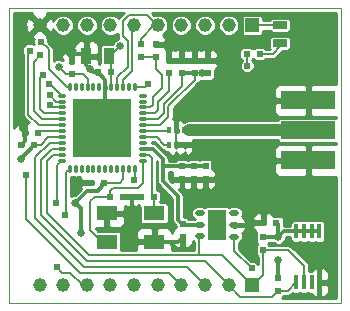
<source format=gtl>
G04 (created by PCBNEW (22-Jun-2014 BZR 4027)-stable) date Fri 19 Dec 2014 07:49:01 AM EET*
%MOIN*%
G04 Gerber Fmt 3.4, Leading zero omitted, Abs format*
%FSLAX34Y34*%
G01*
G70*
G90*
G04 APERTURE LIST*
%ADD10C,0.00590551*%
%ADD11C,0.0039*%
%ADD12O,0.011X0.0315*%
%ADD13O,0.0315X0.011*%
%ADD14R,0.1969X0.1969*%
%ADD15R,0.035X0.055*%
%ADD16R,0.0709X0.0472*%
%ADD17R,0.0197X0.0236*%
%ADD18R,0.0236X0.0197*%
%ADD19C,0.0453*%
%ADD20R,0.0453X0.0453*%
%ADD21R,0.015X0.05*%
%ADD22R,0.011811X0.023622*%
%ADD23R,0.18X0.06*%
%ADD24R,0.045X0.025*%
%ADD25R,0.0629921X0.0984252*%
%ADD26O,0.0334646X0.0177165*%
%ADD27C,0.026*%
%ADD28C,0.024*%
%ADD29C,0.012*%
%ADD30C,0.008*%
%ADD31C,0.0416142*%
%ADD32C,0.01*%
G04 APERTURE END LIST*
G54D10*
G54D11*
X19409Y-13661D02*
X30472Y-13661D01*
X19409Y-23504D02*
X19646Y-23504D01*
X19409Y-13661D02*
X19409Y-23504D01*
X30472Y-23504D02*
X19646Y-23504D01*
X30472Y-23465D02*
X30472Y-23504D01*
X30472Y-23386D02*
X30472Y-23465D01*
X30472Y-13661D02*
X30472Y-23386D01*
G54D12*
X23406Y-16319D03*
X23603Y-16319D03*
X23210Y-16319D03*
X23013Y-16319D03*
X22620Y-16319D03*
X22817Y-16319D03*
X21636Y-16319D03*
X21439Y-16319D03*
X21832Y-16319D03*
X22029Y-16319D03*
X22422Y-16319D03*
X22225Y-16319D03*
G54D13*
X23878Y-17970D03*
X23878Y-17773D03*
X23878Y-18166D03*
X23878Y-18363D03*
X23878Y-18756D03*
X23878Y-18559D03*
X23878Y-17378D03*
X23878Y-17575D03*
X23878Y-17182D03*
X23878Y-16985D03*
X23878Y-16592D03*
X23878Y-16789D03*
X21162Y-16789D03*
X21162Y-16592D03*
X21162Y-16985D03*
X21162Y-17182D03*
X21162Y-17575D03*
X21162Y-17378D03*
X21162Y-18559D03*
X21162Y-18756D03*
X21162Y-18363D03*
X21162Y-18166D03*
X21162Y-17773D03*
X21162Y-17970D03*
G54D12*
X22225Y-19035D03*
X22422Y-19035D03*
X22029Y-19035D03*
X21832Y-19035D03*
X21439Y-19035D03*
X21636Y-19035D03*
X22817Y-19035D03*
X22620Y-19035D03*
X23013Y-19035D03*
X23210Y-19035D03*
X23603Y-19035D03*
X23406Y-19035D03*
G54D14*
X22520Y-17677D03*
G54D15*
X21987Y-15276D03*
X22737Y-15276D03*
G54D16*
X24252Y-20512D03*
X22678Y-21456D03*
X22678Y-20512D03*
X24252Y-21456D03*
G54D17*
X26041Y-15847D03*
X26041Y-15414D03*
X24741Y-15413D03*
X24741Y-15846D03*
X25966Y-19374D03*
X25966Y-18941D03*
G54D18*
X19822Y-18228D03*
X20255Y-18228D03*
G54D17*
X25572Y-19374D03*
X25572Y-18941D03*
X25607Y-15847D03*
X25607Y-15414D03*
X25179Y-19374D03*
X25179Y-18941D03*
X25174Y-15847D03*
X25174Y-15414D03*
G54D18*
X23799Y-19961D03*
X24232Y-19961D03*
G54D17*
X24300Y-15317D03*
X24300Y-14884D03*
G54D18*
X23209Y-19961D03*
X22776Y-19961D03*
X22145Y-19488D03*
X22578Y-19488D03*
X22798Y-15817D03*
X22365Y-15817D03*
G54D17*
X21496Y-15886D03*
X21496Y-15453D03*
G54D18*
X19940Y-17835D03*
X20373Y-17835D03*
G54D19*
X20433Y-14252D03*
X23582Y-14252D03*
X22795Y-14252D03*
X22007Y-14252D03*
X21220Y-14252D03*
X24370Y-14252D03*
X25157Y-14252D03*
X25945Y-14252D03*
G54D20*
X27519Y-14252D03*
G54D19*
X26732Y-14252D03*
X20433Y-22913D03*
X23582Y-22913D03*
X22795Y-22913D03*
X22007Y-22913D03*
X21220Y-22913D03*
X24370Y-22913D03*
X25157Y-22913D03*
X25945Y-22913D03*
G54D20*
X27519Y-22913D03*
G54D19*
X26732Y-22913D03*
G54D17*
X28386Y-22657D03*
X28386Y-23090D03*
X27874Y-21318D03*
X27874Y-21751D03*
G54D21*
X28986Y-22819D03*
X29242Y-22819D03*
X29498Y-22819D03*
X29754Y-22819D03*
X29754Y-21119D03*
X29498Y-21119D03*
X29242Y-21119D03*
X28986Y-21119D03*
G54D18*
X27893Y-20827D03*
X28326Y-20827D03*
G54D17*
X23800Y-15317D03*
X23800Y-14884D03*
G54D22*
X25249Y-17740D03*
X24993Y-17740D03*
X24737Y-17740D03*
X24737Y-18232D03*
X24993Y-18232D03*
X25249Y-18232D03*
G54D23*
X29394Y-16750D03*
X29394Y-17750D03*
X29394Y-18750D03*
G54D24*
X28450Y-14250D03*
X28450Y-14850D03*
G54D18*
X27333Y-15200D03*
X27766Y-15200D03*
G54D17*
X25200Y-21317D03*
X25200Y-20884D03*
G54D25*
X26350Y-20900D03*
G54D26*
X26920Y-21293D03*
X26920Y-20900D03*
X26920Y-20506D03*
X25779Y-20506D03*
X25779Y-20900D03*
X25779Y-21274D03*
G54D27*
X19800Y-18700D03*
X21063Y-15630D03*
X21614Y-20157D03*
X28386Y-21299D03*
X23113Y-14951D03*
X21811Y-21181D03*
X28386Y-22087D03*
X25829Y-15847D03*
X28150Y-17200D03*
X27600Y-17200D03*
X26950Y-17200D03*
X26300Y-17200D03*
X25700Y-17200D03*
X28150Y-18250D03*
X25700Y-18250D03*
X26300Y-18250D03*
X26950Y-18250D03*
X27600Y-18250D03*
X21693Y-19488D03*
X22100Y-15700D03*
X21991Y-15306D03*
X23504Y-20984D03*
X26710Y-15433D03*
G54D28*
X21262Y-20561D03*
X24050Y-16200D03*
X27350Y-15600D03*
X27500Y-22350D03*
X23585Y-19400D03*
X20750Y-16211D03*
X20475Y-14794D03*
X21006Y-22313D03*
X20770Y-16920D03*
X20770Y-16565D03*
X20987Y-20187D03*
X20455Y-15246D03*
X20554Y-15896D03*
X19963Y-19243D03*
X20101Y-15089D03*
G54D29*
X25779Y-20900D02*
X25216Y-20900D01*
X24550Y-19450D02*
X24550Y-18950D01*
X25050Y-19950D02*
X24550Y-19450D01*
X25050Y-20734D02*
X25050Y-19950D01*
X25216Y-20900D02*
X25050Y-20734D01*
X25966Y-18941D02*
X25572Y-18941D01*
X25572Y-18941D02*
X25179Y-18941D01*
X25179Y-18941D02*
X25170Y-18950D01*
X25170Y-18950D02*
X24550Y-18950D01*
X23878Y-18363D02*
X24213Y-18363D01*
X24550Y-18700D02*
X24550Y-18950D01*
X24213Y-18363D02*
X24550Y-18700D01*
G54D30*
X27519Y-14252D02*
X28448Y-14252D01*
X28448Y-14252D02*
X28450Y-14250D01*
X23878Y-16985D02*
X24115Y-16985D01*
X24300Y-15700D02*
X24300Y-15317D01*
X24500Y-15900D02*
X24300Y-15700D01*
X24500Y-16350D02*
X24500Y-15900D01*
X24200Y-16650D02*
X24500Y-16350D01*
X24200Y-16900D02*
X24200Y-16650D01*
X24115Y-16985D02*
X24200Y-16900D01*
X24300Y-15317D02*
X23800Y-15317D01*
X22737Y-15276D02*
X22788Y-15276D01*
G54D29*
X20255Y-18245D02*
X19800Y-18700D01*
X28386Y-22087D02*
X28386Y-22657D01*
G54D30*
X25829Y-15847D02*
X25607Y-15847D01*
X24569Y-16881D02*
X25174Y-16276D01*
X20724Y-17970D02*
X20466Y-18228D01*
X21162Y-17970D02*
X20724Y-17970D01*
X20466Y-18228D02*
X20255Y-18228D01*
G54D29*
X22520Y-19546D02*
X22578Y-19488D01*
G54D30*
X21496Y-15886D02*
X21319Y-15886D01*
X25174Y-16276D02*
X25174Y-15847D01*
X22788Y-15276D02*
X23113Y-14951D01*
G54D29*
X21811Y-20354D02*
X21811Y-21181D01*
X28386Y-21299D02*
X27893Y-21299D01*
G54D30*
X24727Y-16939D02*
X25607Y-16059D01*
G54D29*
X21614Y-20157D02*
X22007Y-19764D01*
G54D30*
X23210Y-19035D02*
X23210Y-19382D01*
X23210Y-19382D02*
X23104Y-19488D01*
G54D29*
X29498Y-21119D02*
X29242Y-21119D01*
X28566Y-21119D02*
X28386Y-21299D01*
G54D30*
X23878Y-17575D02*
X24446Y-17575D01*
G54D29*
X29242Y-21119D02*
X28986Y-21119D01*
X21614Y-20157D02*
X21811Y-20354D01*
X28326Y-20827D02*
X28386Y-20887D01*
G54D30*
X22798Y-15337D02*
X22737Y-15276D01*
X21319Y-15886D02*
X21063Y-15630D01*
X24367Y-17378D02*
X24569Y-17176D01*
X25607Y-16059D02*
X25607Y-15847D01*
G54D29*
X22007Y-19764D02*
X22362Y-19764D01*
X22362Y-19764D02*
X22520Y-19606D01*
G54D30*
X23878Y-17378D02*
X24367Y-17378D01*
G54D29*
X22520Y-19606D02*
X22520Y-19546D01*
G54D30*
X24446Y-17575D02*
X24727Y-17294D01*
X26041Y-15847D02*
X25829Y-15847D01*
G54D29*
X28986Y-21119D02*
X28566Y-21119D01*
G54D30*
X23104Y-19488D02*
X22578Y-19488D01*
X22029Y-16053D02*
X21862Y-15886D01*
G54D29*
X21063Y-15630D02*
X21063Y-15630D01*
X29754Y-21119D02*
X29498Y-21119D01*
G54D30*
X21862Y-15886D02*
X21496Y-15886D01*
X22029Y-16319D02*
X22029Y-16053D01*
X24727Y-17294D02*
X24727Y-16939D01*
G54D29*
X25174Y-15847D02*
X25607Y-15847D01*
G54D30*
X24569Y-17176D02*
X24569Y-16881D01*
G54D29*
X27893Y-21299D02*
X27874Y-21318D01*
G54D30*
X22817Y-16319D02*
X22817Y-15836D01*
X22798Y-15817D02*
X22798Y-15337D01*
G54D29*
X28386Y-20887D02*
X28386Y-21299D01*
X20255Y-18228D02*
X20255Y-18245D01*
G54D30*
X22817Y-15836D02*
X22798Y-15817D01*
X29394Y-17750D02*
X25259Y-17750D01*
X25259Y-17750D02*
X25249Y-17740D01*
G54D31*
X29394Y-17750D02*
X25400Y-17750D01*
G54D29*
X24993Y-17740D02*
X24993Y-17256D01*
X27600Y-17200D02*
X28150Y-17200D01*
X26300Y-17200D02*
X26950Y-17200D01*
X25050Y-17200D02*
X25700Y-17200D01*
X24993Y-17256D02*
X25050Y-17200D01*
X25682Y-18232D02*
X25700Y-18250D01*
X26300Y-18250D02*
X26950Y-18250D01*
X27600Y-18250D02*
X28200Y-18250D01*
X25249Y-18232D02*
X25682Y-18232D01*
X28200Y-18250D02*
X28150Y-18250D01*
X25179Y-19374D02*
X25572Y-19374D01*
X25572Y-19374D02*
X25966Y-19374D01*
X24252Y-21456D02*
X25061Y-21456D01*
X25061Y-21456D02*
X25200Y-21317D01*
G54D30*
X25249Y-18232D02*
X24993Y-18232D01*
X24993Y-18232D02*
X24993Y-17740D01*
G54D29*
X22620Y-16319D02*
X22620Y-16072D01*
X26060Y-15433D02*
X26710Y-15433D01*
X22620Y-16072D02*
X22365Y-15817D01*
X22620Y-16319D02*
X22620Y-17577D01*
X22620Y-17577D02*
X22520Y-17677D01*
X22100Y-15700D02*
X21987Y-15587D01*
X22217Y-15817D02*
X22100Y-15700D01*
X21987Y-15587D02*
X21987Y-15276D01*
X22365Y-15817D02*
X22217Y-15817D01*
G54D30*
X21991Y-15306D02*
X21987Y-15302D01*
X21987Y-15302D02*
X21987Y-15276D01*
G54D29*
X19803Y-14882D02*
X19803Y-17698D01*
X23504Y-20984D02*
X23504Y-20472D01*
X29764Y-20354D02*
X28032Y-20354D01*
X20433Y-14252D02*
X21378Y-15197D01*
X20433Y-14252D02*
X19803Y-14882D01*
X21378Y-15197D02*
X21496Y-15315D01*
X23504Y-19961D02*
X23209Y-19961D01*
G54D30*
X23799Y-19961D02*
X23504Y-19961D01*
G54D29*
X28032Y-20354D02*
X27893Y-20493D01*
X30055Y-22819D02*
X30118Y-22756D01*
X30118Y-20708D02*
X29764Y-20354D01*
X22145Y-19488D02*
X21693Y-19488D01*
X23504Y-19961D02*
X23504Y-20472D01*
X21908Y-15197D02*
X21378Y-15197D01*
X21987Y-15276D02*
X21908Y-15197D01*
X19822Y-18228D02*
X19940Y-18110D01*
X30118Y-22756D02*
X30118Y-20708D01*
X27893Y-20493D02*
X27893Y-20827D01*
X29754Y-22819D02*
X30055Y-22819D01*
X21496Y-15315D02*
X21496Y-15453D01*
X26041Y-15414D02*
X26060Y-15433D01*
X19803Y-17698D02*
X19940Y-17835D01*
X19940Y-18110D02*
X19940Y-17835D01*
G54D30*
X21321Y-20502D02*
X21321Y-19153D01*
X21321Y-19153D02*
X21439Y-19035D01*
X21262Y-20561D02*
X21321Y-20502D01*
X23878Y-17773D02*
X24704Y-17773D01*
X24704Y-17773D02*
X24737Y-17740D01*
X28450Y-14850D02*
X28450Y-14950D01*
X28200Y-15200D02*
X27766Y-15200D01*
X28450Y-14950D02*
X28200Y-15200D01*
X27333Y-15200D02*
X27333Y-15583D01*
X23931Y-16319D02*
X23603Y-16319D01*
X24050Y-16200D02*
X23931Y-16319D01*
X27333Y-15583D02*
X27350Y-15600D01*
X23878Y-17970D02*
X24330Y-17970D01*
X24592Y-18232D02*
X24737Y-18232D01*
X24330Y-17970D02*
X24592Y-18232D01*
X26920Y-21293D02*
X26920Y-21770D01*
X26920Y-21770D02*
X27500Y-22350D01*
X26732Y-22913D02*
X27126Y-23307D01*
X28715Y-23090D02*
X28986Y-22819D01*
X21162Y-18363D02*
X20843Y-18363D01*
X27126Y-23307D02*
X28169Y-23307D01*
X20843Y-18363D02*
X20475Y-18731D01*
X25936Y-22117D02*
X26732Y-22913D01*
X20475Y-18731D02*
X20475Y-20586D01*
X28169Y-23307D02*
X28386Y-23090D01*
X28386Y-23090D02*
X28715Y-23090D01*
X22006Y-22117D02*
X25936Y-22117D01*
X20475Y-20586D02*
X22006Y-22117D01*
X23603Y-19382D02*
X23585Y-19400D01*
X23603Y-19035D02*
X23603Y-19382D01*
X25750Y-21920D02*
X25750Y-21303D01*
X25750Y-21303D02*
X25779Y-21274D01*
X29242Y-22274D02*
X28719Y-21751D01*
X27874Y-21751D02*
X27874Y-22558D01*
X28719Y-21751D02*
X27874Y-21751D01*
X21162Y-18559D02*
X20883Y-18559D01*
X29242Y-22819D02*
X29242Y-22274D01*
X22084Y-21920D02*
X25600Y-21920D01*
X25600Y-21920D02*
X25750Y-21920D01*
X25750Y-21920D02*
X26526Y-21920D01*
X20672Y-20508D02*
X22084Y-21920D01*
X20672Y-18770D02*
X20672Y-20508D01*
X20883Y-18559D02*
X20672Y-18770D01*
X26526Y-21920D02*
X27519Y-22913D01*
X27874Y-22558D02*
X27519Y-22913D01*
X25345Y-22313D02*
X25945Y-22913D01*
X20278Y-18652D02*
X20278Y-20665D01*
X21162Y-18166D02*
X20764Y-18166D01*
X20764Y-18166D02*
X20278Y-18652D01*
X21926Y-22313D02*
X25345Y-22313D01*
X20278Y-20665D02*
X21926Y-22313D01*
X20435Y-17773D02*
X20373Y-17835D01*
X21162Y-17773D02*
X20435Y-17773D01*
X20750Y-16211D02*
X20789Y-16250D01*
X20820Y-16250D02*
X21162Y-16592D01*
X20789Y-16250D02*
X20820Y-16250D01*
X20731Y-15699D02*
X20731Y-15050D01*
X20731Y-15050D02*
X20475Y-14794D01*
X21351Y-16319D02*
X20731Y-15699D01*
X21439Y-16319D02*
X21351Y-16319D01*
X21459Y-22491D02*
X21881Y-22913D01*
X21184Y-22491D02*
X21459Y-22491D01*
X20835Y-16985D02*
X20770Y-16920D01*
X21006Y-22313D02*
X21184Y-22491D01*
X21881Y-22913D02*
X22007Y-22913D01*
X21162Y-16985D02*
X20835Y-16985D01*
X24370Y-14252D02*
X24352Y-14252D01*
X23013Y-15987D02*
X23013Y-16319D01*
X23365Y-15634D02*
X23013Y-15987D01*
X23365Y-14765D02*
X23365Y-15634D01*
X23200Y-14600D02*
X23365Y-14765D01*
X23200Y-14100D02*
X23200Y-14600D01*
X23400Y-13900D02*
X23200Y-14100D01*
X24000Y-13900D02*
X23400Y-13900D01*
X24352Y-14252D02*
X24000Y-13900D01*
X24370Y-14252D02*
X24248Y-14252D01*
X23800Y-14700D02*
X23800Y-14884D01*
X24248Y-14252D02*
X23800Y-14700D01*
X24287Y-17182D02*
X24392Y-17077D01*
X24392Y-17077D02*
X24392Y-16802D01*
X23878Y-17182D02*
X24287Y-17182D01*
X24741Y-16453D02*
X24741Y-15846D01*
X24392Y-16802D02*
X24741Y-16453D01*
X23210Y-16074D02*
X23526Y-15758D01*
X23526Y-15758D02*
X23526Y-14308D01*
X23526Y-14308D02*
X23582Y-14252D01*
X23210Y-16319D02*
X23210Y-16074D01*
X24063Y-18559D02*
X24176Y-18672D01*
X24176Y-18672D02*
X24176Y-19905D01*
X23878Y-18559D02*
X24063Y-18559D01*
X24176Y-19905D02*
X24232Y-19961D01*
X24232Y-20492D02*
X24252Y-20512D01*
X24232Y-19961D02*
X24232Y-20492D01*
X22876Y-19676D02*
X22776Y-19776D01*
X22519Y-21456D02*
X22678Y-21456D01*
X22126Y-20118D02*
X22126Y-21063D01*
X23878Y-18756D02*
X23878Y-19501D01*
X22776Y-19961D02*
X22283Y-19961D01*
X22776Y-19776D02*
X22776Y-19961D01*
X23878Y-19501D02*
X23703Y-19676D01*
X23703Y-19676D02*
X22876Y-19676D01*
X22283Y-19961D02*
X22126Y-20118D01*
X22126Y-21063D02*
X22519Y-21456D01*
X20994Y-16789D02*
X20770Y-16565D01*
X21162Y-16789D02*
X20994Y-16789D01*
X20987Y-20187D02*
X21026Y-20148D01*
X21026Y-20148D02*
X21026Y-18892D01*
X21026Y-18892D02*
X21162Y-18756D01*
X20455Y-15246D02*
X20239Y-15462D01*
X20239Y-17118D02*
X20499Y-17378D01*
X20239Y-15462D02*
X20239Y-17118D01*
X20499Y-17378D02*
X21162Y-17378D01*
X20438Y-17040D02*
X20438Y-16012D01*
X21774Y-22510D02*
X24754Y-22510D01*
X19963Y-20699D02*
X21774Y-22510D01*
X20580Y-17182D02*
X20438Y-17040D01*
X21162Y-17182D02*
X20580Y-17182D01*
X24754Y-22510D02*
X25157Y-22913D01*
X19963Y-19243D02*
X19963Y-20699D01*
X20438Y-16012D02*
X20554Y-15896D01*
X20401Y-17575D02*
X20061Y-17235D01*
X20061Y-17235D02*
X20061Y-15129D01*
X21162Y-17575D02*
X20401Y-17575D01*
X20061Y-15129D02*
X20101Y-15089D01*
G54D10*
G36*
X19879Y-18277D02*
X19872Y-18277D01*
X19872Y-18285D01*
X19772Y-18285D01*
X19772Y-18277D01*
X19764Y-18277D01*
X19764Y-18180D01*
X19772Y-18183D01*
X19827Y-18183D01*
X19872Y-18139D01*
X19872Y-18178D01*
X19879Y-18178D01*
X19879Y-18277D01*
X19879Y-18277D01*
G37*
G54D32*
X19879Y-18277D02*
X19872Y-18277D01*
X19872Y-18285D01*
X19772Y-18285D01*
X19772Y-18277D01*
X19764Y-18277D01*
X19764Y-18180D01*
X19772Y-18183D01*
X19827Y-18183D01*
X19872Y-18139D01*
X19872Y-18178D01*
X19879Y-18178D01*
X19879Y-18277D01*
G54D10*
G36*
X22202Y-19537D02*
X22195Y-19537D01*
X22195Y-19545D01*
X22095Y-19545D01*
X22095Y-19537D01*
X21839Y-19537D01*
X21777Y-19599D01*
X21777Y-19636D01*
X21803Y-19699D01*
X21605Y-19896D01*
X21562Y-19896D01*
X21491Y-19926D01*
X21491Y-19316D01*
X21509Y-19313D01*
X21537Y-19294D01*
X21565Y-19313D01*
X21636Y-19327D01*
X21706Y-19313D01*
X21734Y-19294D01*
X21761Y-19313D01*
X21786Y-19317D01*
X21777Y-19339D01*
X21777Y-19376D01*
X21839Y-19438D01*
X22095Y-19438D01*
X22095Y-19430D01*
X22195Y-19430D01*
X22195Y-19438D01*
X22202Y-19438D01*
X22202Y-19537D01*
X22202Y-19537D01*
G37*
G54D32*
X22202Y-19537D02*
X22195Y-19537D01*
X22195Y-19545D01*
X22095Y-19545D01*
X22095Y-19537D01*
X21839Y-19537D01*
X21777Y-19599D01*
X21777Y-19636D01*
X21803Y-19699D01*
X21605Y-19896D01*
X21562Y-19896D01*
X21491Y-19926D01*
X21491Y-19316D01*
X21509Y-19313D01*
X21537Y-19294D01*
X21565Y-19313D01*
X21636Y-19327D01*
X21706Y-19313D01*
X21734Y-19294D01*
X21761Y-19313D01*
X21786Y-19317D01*
X21777Y-19339D01*
X21777Y-19376D01*
X21839Y-19438D01*
X22095Y-19438D01*
X22095Y-19430D01*
X22195Y-19430D01*
X22195Y-19438D01*
X22202Y-19438D01*
X22202Y-19537D01*
G54D10*
G36*
X22422Y-15866D02*
X22415Y-15866D01*
X22415Y-15874D01*
X22412Y-15874D01*
X22315Y-15874D01*
X22315Y-15866D01*
X22307Y-15866D01*
X22307Y-15767D01*
X22315Y-15767D01*
X22315Y-15759D01*
X22412Y-15759D01*
X22415Y-15759D01*
X22415Y-15767D01*
X22422Y-15767D01*
X22422Y-15866D01*
X22422Y-15866D01*
G37*
G54D32*
X22422Y-15866D02*
X22415Y-15866D01*
X22415Y-15874D01*
X22412Y-15874D01*
X22315Y-15874D01*
X22315Y-15866D01*
X22307Y-15866D01*
X22307Y-15767D01*
X22315Y-15767D01*
X22315Y-15759D01*
X22412Y-15759D01*
X22415Y-15759D01*
X22415Y-15767D01*
X22422Y-15767D01*
X22422Y-15866D01*
G54D10*
G36*
X22577Y-17727D02*
X22570Y-17727D01*
X22570Y-17734D01*
X22470Y-17734D01*
X22470Y-17727D01*
X22462Y-17727D01*
X22462Y-17627D01*
X22470Y-17627D01*
X22470Y-17619D01*
X22570Y-17619D01*
X22570Y-17627D01*
X22577Y-17627D01*
X22577Y-17727D01*
X22577Y-17727D01*
G37*
G54D32*
X22577Y-17727D02*
X22570Y-17727D01*
X22570Y-17734D01*
X22470Y-17734D01*
X22470Y-17727D01*
X22462Y-17727D01*
X22462Y-17627D01*
X22470Y-17627D01*
X22470Y-17619D01*
X22570Y-17619D01*
X22570Y-17627D01*
X22577Y-17627D01*
X22577Y-17727D01*
G54D10*
G36*
X22633Y-16376D02*
X22606Y-16376D01*
X22606Y-16261D01*
X22633Y-16261D01*
X22633Y-16376D01*
X22633Y-16376D01*
G37*
G54D32*
X22633Y-16376D02*
X22606Y-16376D01*
X22606Y-16261D01*
X22633Y-16261D01*
X22633Y-16376D01*
G54D10*
G36*
X23229Y-13830D02*
X23079Y-13979D01*
X23058Y-14011D01*
X22997Y-13949D01*
X22866Y-13895D01*
X22724Y-13895D01*
X22593Y-13949D01*
X22492Y-14049D01*
X22438Y-14180D01*
X22438Y-14322D01*
X22492Y-14453D01*
X22592Y-14554D01*
X22723Y-14608D01*
X22865Y-14608D01*
X22996Y-14554D01*
X23030Y-14521D01*
X23030Y-14600D01*
X23042Y-14665D01*
X23060Y-14691D01*
X22965Y-14730D01*
X22892Y-14803D01*
X22864Y-14870D01*
X22536Y-14870D01*
X22488Y-14890D01*
X22451Y-14927D01*
X22432Y-14975D01*
X22431Y-15026D01*
X22431Y-15514D01*
X22415Y-15530D01*
X22415Y-15468D01*
X22412Y-15468D01*
X22412Y-15050D01*
X22411Y-14951D01*
X22373Y-14859D01*
X22363Y-14848D01*
X22363Y-14181D01*
X22309Y-14050D01*
X22209Y-13949D01*
X22078Y-13895D01*
X21936Y-13895D01*
X21805Y-13949D01*
X21704Y-14049D01*
X21650Y-14180D01*
X21650Y-14322D01*
X21704Y-14453D01*
X21804Y-14554D01*
X21935Y-14608D01*
X22077Y-14608D01*
X22208Y-14554D01*
X22309Y-14454D01*
X22363Y-14323D01*
X22363Y-14181D01*
X22363Y-14848D01*
X22303Y-14788D01*
X22211Y-14750D01*
X22099Y-14751D01*
X22037Y-14813D01*
X22037Y-15226D01*
X22349Y-15226D01*
X22412Y-15163D01*
X22412Y-15050D01*
X22412Y-15468D01*
X22412Y-15468D01*
X22412Y-15388D01*
X22349Y-15326D01*
X22037Y-15326D01*
X22037Y-15333D01*
X21937Y-15333D01*
X21937Y-15326D01*
X21929Y-15326D01*
X21929Y-15226D01*
X21937Y-15226D01*
X21937Y-14813D01*
X21874Y-14751D01*
X21762Y-14750D01*
X21670Y-14788D01*
X21600Y-14859D01*
X21576Y-14916D01*
X21576Y-14181D01*
X21522Y-14050D01*
X21422Y-13949D01*
X21291Y-13895D01*
X21149Y-13895D01*
X21018Y-13949D01*
X20917Y-14049D01*
X20894Y-14107D01*
X20853Y-14008D01*
X20765Y-13990D01*
X20503Y-14252D01*
X20765Y-14513D01*
X20853Y-14495D01*
X20890Y-14387D01*
X20917Y-14453D01*
X21017Y-14554D01*
X21148Y-14608D01*
X21290Y-14608D01*
X21421Y-14554D01*
X21522Y-14454D01*
X21576Y-14323D01*
X21576Y-14181D01*
X21576Y-14916D01*
X21562Y-14951D01*
X21561Y-15050D01*
X21561Y-15084D01*
X21607Y-15085D01*
X21607Y-15085D01*
X21561Y-15084D01*
X21561Y-15130D01*
X21545Y-15147D01*
X21545Y-15403D01*
X21553Y-15403D01*
X21553Y-15503D01*
X21545Y-15503D01*
X21545Y-15510D01*
X21446Y-15510D01*
X21446Y-15503D01*
X21438Y-15503D01*
X21438Y-15403D01*
X21446Y-15403D01*
X21446Y-15147D01*
X21384Y-15085D01*
X21347Y-15085D01*
X21255Y-15123D01*
X21185Y-15193D01*
X21147Y-15285D01*
X21147Y-15340D01*
X21209Y-15402D01*
X21194Y-15402D01*
X21114Y-15370D01*
X21011Y-15369D01*
X20915Y-15409D01*
X20901Y-15424D01*
X20901Y-15050D01*
X20888Y-14984D01*
X20851Y-14929D01*
X20724Y-14803D01*
X20725Y-14744D01*
X20687Y-14652D01*
X20681Y-14647D01*
X20694Y-14584D01*
X20433Y-14322D01*
X20362Y-14393D01*
X20362Y-14252D01*
X20100Y-13990D01*
X20012Y-14008D01*
X19951Y-14187D01*
X19963Y-14376D01*
X20012Y-14495D01*
X20100Y-14513D01*
X20362Y-14252D01*
X20362Y-14393D01*
X20171Y-14584D01*
X20189Y-14672D01*
X20246Y-14691D01*
X20225Y-14744D01*
X20224Y-14843D01*
X20238Y-14875D01*
X20150Y-14839D01*
X20051Y-14838D01*
X19959Y-14876D01*
X19889Y-14947D01*
X19851Y-15039D01*
X19850Y-15138D01*
X19888Y-15230D01*
X19891Y-15232D01*
X19891Y-17235D01*
X19903Y-17300D01*
X19940Y-17355D01*
X20072Y-17486D01*
X20052Y-17486D01*
X19990Y-17549D01*
X19990Y-17785D01*
X19997Y-17785D01*
X19997Y-17882D01*
X19989Y-17879D01*
X19934Y-17879D01*
X19890Y-17924D01*
X19890Y-17884D01*
X19882Y-17884D01*
X19882Y-17785D01*
X19890Y-17785D01*
X19890Y-17549D01*
X19827Y-17486D01*
X19772Y-17486D01*
X19680Y-17524D01*
X19610Y-17594D01*
X19578Y-17672D01*
X19578Y-13830D01*
X20193Y-13830D01*
X20189Y-13831D01*
X20171Y-13919D01*
X20433Y-14181D01*
X20694Y-13919D01*
X20676Y-13831D01*
X20671Y-13830D01*
X23229Y-13830D01*
X23229Y-13830D01*
G37*
G54D32*
X23229Y-13830D02*
X23079Y-13979D01*
X23058Y-14011D01*
X22997Y-13949D01*
X22866Y-13895D01*
X22724Y-13895D01*
X22593Y-13949D01*
X22492Y-14049D01*
X22438Y-14180D01*
X22438Y-14322D01*
X22492Y-14453D01*
X22592Y-14554D01*
X22723Y-14608D01*
X22865Y-14608D01*
X22996Y-14554D01*
X23030Y-14521D01*
X23030Y-14600D01*
X23042Y-14665D01*
X23060Y-14691D01*
X22965Y-14730D01*
X22892Y-14803D01*
X22864Y-14870D01*
X22536Y-14870D01*
X22488Y-14890D01*
X22451Y-14927D01*
X22432Y-14975D01*
X22431Y-15026D01*
X22431Y-15514D01*
X22415Y-15530D01*
X22415Y-15468D01*
X22412Y-15468D01*
X22412Y-15050D01*
X22411Y-14951D01*
X22373Y-14859D01*
X22363Y-14848D01*
X22363Y-14181D01*
X22309Y-14050D01*
X22209Y-13949D01*
X22078Y-13895D01*
X21936Y-13895D01*
X21805Y-13949D01*
X21704Y-14049D01*
X21650Y-14180D01*
X21650Y-14322D01*
X21704Y-14453D01*
X21804Y-14554D01*
X21935Y-14608D01*
X22077Y-14608D01*
X22208Y-14554D01*
X22309Y-14454D01*
X22363Y-14323D01*
X22363Y-14181D01*
X22363Y-14848D01*
X22303Y-14788D01*
X22211Y-14750D01*
X22099Y-14751D01*
X22037Y-14813D01*
X22037Y-15226D01*
X22349Y-15226D01*
X22412Y-15163D01*
X22412Y-15050D01*
X22412Y-15468D01*
X22412Y-15468D01*
X22412Y-15388D01*
X22349Y-15326D01*
X22037Y-15326D01*
X22037Y-15333D01*
X21937Y-15333D01*
X21937Y-15326D01*
X21929Y-15326D01*
X21929Y-15226D01*
X21937Y-15226D01*
X21937Y-14813D01*
X21874Y-14751D01*
X21762Y-14750D01*
X21670Y-14788D01*
X21600Y-14859D01*
X21576Y-14916D01*
X21576Y-14181D01*
X21522Y-14050D01*
X21422Y-13949D01*
X21291Y-13895D01*
X21149Y-13895D01*
X21018Y-13949D01*
X20917Y-14049D01*
X20894Y-14107D01*
X20853Y-14008D01*
X20765Y-13990D01*
X20503Y-14252D01*
X20765Y-14513D01*
X20853Y-14495D01*
X20890Y-14387D01*
X20917Y-14453D01*
X21017Y-14554D01*
X21148Y-14608D01*
X21290Y-14608D01*
X21421Y-14554D01*
X21522Y-14454D01*
X21576Y-14323D01*
X21576Y-14181D01*
X21576Y-14916D01*
X21562Y-14951D01*
X21561Y-15050D01*
X21561Y-15084D01*
X21607Y-15085D01*
X21607Y-15085D01*
X21561Y-15084D01*
X21561Y-15130D01*
X21545Y-15147D01*
X21545Y-15403D01*
X21553Y-15403D01*
X21553Y-15503D01*
X21545Y-15503D01*
X21545Y-15510D01*
X21446Y-15510D01*
X21446Y-15503D01*
X21438Y-15503D01*
X21438Y-15403D01*
X21446Y-15403D01*
X21446Y-15147D01*
X21384Y-15085D01*
X21347Y-15085D01*
X21255Y-15123D01*
X21185Y-15193D01*
X21147Y-15285D01*
X21147Y-15340D01*
X21209Y-15402D01*
X21194Y-15402D01*
X21114Y-15370D01*
X21011Y-15369D01*
X20915Y-15409D01*
X20901Y-15424D01*
X20901Y-15050D01*
X20888Y-14984D01*
X20851Y-14929D01*
X20724Y-14803D01*
X20725Y-14744D01*
X20687Y-14652D01*
X20681Y-14647D01*
X20694Y-14584D01*
X20433Y-14322D01*
X20362Y-14393D01*
X20362Y-14252D01*
X20100Y-13990D01*
X20012Y-14008D01*
X19951Y-14187D01*
X19963Y-14376D01*
X20012Y-14495D01*
X20100Y-14513D01*
X20362Y-14252D01*
X20362Y-14393D01*
X20171Y-14584D01*
X20189Y-14672D01*
X20246Y-14691D01*
X20225Y-14744D01*
X20224Y-14843D01*
X20238Y-14875D01*
X20150Y-14839D01*
X20051Y-14838D01*
X19959Y-14876D01*
X19889Y-14947D01*
X19851Y-15039D01*
X19850Y-15138D01*
X19888Y-15230D01*
X19891Y-15232D01*
X19891Y-17235D01*
X19903Y-17300D01*
X19940Y-17355D01*
X20072Y-17486D01*
X20052Y-17486D01*
X19990Y-17549D01*
X19990Y-17785D01*
X19997Y-17785D01*
X19997Y-17882D01*
X19989Y-17879D01*
X19934Y-17879D01*
X19890Y-17924D01*
X19890Y-17884D01*
X19882Y-17884D01*
X19882Y-17785D01*
X19890Y-17785D01*
X19890Y-17549D01*
X19827Y-17486D01*
X19772Y-17486D01*
X19680Y-17524D01*
X19610Y-17594D01*
X19578Y-17672D01*
X19578Y-13830D01*
X20193Y-13830D01*
X20189Y-13831D01*
X20171Y-13919D01*
X20433Y-14181D01*
X20694Y-13919D01*
X20676Y-13831D01*
X20671Y-13830D01*
X23229Y-13830D01*
G54D10*
G36*
X23856Y-20010D02*
X23849Y-20010D01*
X23849Y-20018D01*
X23749Y-20018D01*
X23749Y-20010D01*
X23577Y-20010D01*
X23514Y-20010D01*
X23493Y-20010D01*
X23430Y-20010D01*
X23259Y-20010D01*
X23259Y-20018D01*
X23159Y-20018D01*
X23159Y-20010D01*
X23151Y-20010D01*
X23151Y-19911D01*
X23159Y-19911D01*
X23159Y-19903D01*
X23259Y-19903D01*
X23259Y-19911D01*
X23430Y-19911D01*
X23493Y-19911D01*
X23514Y-19911D01*
X23577Y-19911D01*
X23749Y-19911D01*
X23749Y-19903D01*
X23849Y-19903D01*
X23849Y-19911D01*
X23856Y-19911D01*
X23856Y-20010D01*
X23856Y-20010D01*
G37*
G54D32*
X23856Y-20010D02*
X23849Y-20010D01*
X23849Y-20018D01*
X23749Y-20018D01*
X23749Y-20010D01*
X23577Y-20010D01*
X23514Y-20010D01*
X23493Y-20010D01*
X23430Y-20010D01*
X23259Y-20010D01*
X23259Y-20018D01*
X23159Y-20018D01*
X23159Y-20010D01*
X23151Y-20010D01*
X23151Y-19911D01*
X23159Y-19911D01*
X23159Y-19903D01*
X23259Y-19903D01*
X23259Y-19911D01*
X23430Y-19911D01*
X23493Y-19911D01*
X23514Y-19911D01*
X23577Y-19911D01*
X23749Y-19911D01*
X23749Y-19903D01*
X23849Y-19903D01*
X23849Y-19911D01*
X23856Y-19911D01*
X23856Y-20010D01*
G54D10*
G36*
X24972Y-20981D02*
X24959Y-20987D01*
X24889Y-21057D01*
X24851Y-21149D01*
X24851Y-21158D01*
X24818Y-21078D01*
X24747Y-21007D01*
X24656Y-20969D01*
X24364Y-20970D01*
X24302Y-21032D01*
X24302Y-21406D01*
X24309Y-21406D01*
X24309Y-21506D01*
X24302Y-21506D01*
X24302Y-21513D01*
X24202Y-21513D01*
X24202Y-21506D01*
X24202Y-21406D01*
X24202Y-21032D01*
X24139Y-20970D01*
X23847Y-20969D01*
X23756Y-21007D01*
X23685Y-21078D01*
X23647Y-21170D01*
X23647Y-21269D01*
X23647Y-21343D01*
X23710Y-21406D01*
X24202Y-21406D01*
X24202Y-21506D01*
X23710Y-21506D01*
X23647Y-21568D01*
X23647Y-21642D01*
X23647Y-21741D01*
X23650Y-21750D01*
X23282Y-21750D01*
X23282Y-20698D01*
X23282Y-20624D01*
X23220Y-20562D01*
X22728Y-20562D01*
X22728Y-20935D01*
X22790Y-20998D01*
X23082Y-20998D01*
X23173Y-20960D01*
X23244Y-20889D01*
X23282Y-20797D01*
X23282Y-20698D01*
X23282Y-21750D01*
X23147Y-21750D01*
X23161Y-21717D01*
X23161Y-21666D01*
X23161Y-21194D01*
X23141Y-21147D01*
X23105Y-21110D01*
X23058Y-21091D01*
X23007Y-21091D01*
X22394Y-21091D01*
X22301Y-20998D01*
X22565Y-20998D01*
X22628Y-20935D01*
X22628Y-20562D01*
X22620Y-20562D01*
X22620Y-20462D01*
X22628Y-20462D01*
X22628Y-20454D01*
X22728Y-20454D01*
X22728Y-20462D01*
X23220Y-20462D01*
X23282Y-20399D01*
X23282Y-20325D01*
X23282Y-20270D01*
X23321Y-20309D01*
X23376Y-20309D01*
X23468Y-20271D01*
X23504Y-20236D01*
X23539Y-20271D01*
X23631Y-20309D01*
X23686Y-20309D01*
X23748Y-20247D01*
X23748Y-20309D01*
X23768Y-20309D01*
X23768Y-20773D01*
X23788Y-20820D01*
X23824Y-20857D01*
X23871Y-20876D01*
X23922Y-20876D01*
X24631Y-20876D01*
X24679Y-20857D01*
X24715Y-20821D01*
X24735Y-20773D01*
X24735Y-20722D01*
X24735Y-20250D01*
X24715Y-20203D01*
X24679Y-20166D01*
X24632Y-20147D01*
X24581Y-20147D01*
X24444Y-20147D01*
X24459Y-20132D01*
X24478Y-20085D01*
X24478Y-20034D01*
X24478Y-19837D01*
X24459Y-19789D01*
X24423Y-19753D01*
X24375Y-19733D01*
X24346Y-19733D01*
X24346Y-18764D01*
X24360Y-18778D01*
X24360Y-18950D01*
X24360Y-19450D01*
X24374Y-19522D01*
X24415Y-19584D01*
X24860Y-20028D01*
X24860Y-20734D01*
X24874Y-20806D01*
X24915Y-20868D01*
X24972Y-20925D01*
X24972Y-20981D01*
X24972Y-20981D01*
G37*
G54D32*
X24972Y-20981D02*
X24959Y-20987D01*
X24889Y-21057D01*
X24851Y-21149D01*
X24851Y-21158D01*
X24818Y-21078D01*
X24747Y-21007D01*
X24656Y-20969D01*
X24364Y-20970D01*
X24302Y-21032D01*
X24302Y-21406D01*
X24309Y-21406D01*
X24309Y-21506D01*
X24302Y-21506D01*
X24302Y-21513D01*
X24202Y-21513D01*
X24202Y-21506D01*
X24202Y-21406D01*
X24202Y-21032D01*
X24139Y-20970D01*
X23847Y-20969D01*
X23756Y-21007D01*
X23685Y-21078D01*
X23647Y-21170D01*
X23647Y-21269D01*
X23647Y-21343D01*
X23710Y-21406D01*
X24202Y-21406D01*
X24202Y-21506D01*
X23710Y-21506D01*
X23647Y-21568D01*
X23647Y-21642D01*
X23647Y-21741D01*
X23650Y-21750D01*
X23282Y-21750D01*
X23282Y-20698D01*
X23282Y-20624D01*
X23220Y-20562D01*
X22728Y-20562D01*
X22728Y-20935D01*
X22790Y-20998D01*
X23082Y-20998D01*
X23173Y-20960D01*
X23244Y-20889D01*
X23282Y-20797D01*
X23282Y-20698D01*
X23282Y-21750D01*
X23147Y-21750D01*
X23161Y-21717D01*
X23161Y-21666D01*
X23161Y-21194D01*
X23141Y-21147D01*
X23105Y-21110D01*
X23058Y-21091D01*
X23007Y-21091D01*
X22394Y-21091D01*
X22301Y-20998D01*
X22565Y-20998D01*
X22628Y-20935D01*
X22628Y-20562D01*
X22620Y-20562D01*
X22620Y-20462D01*
X22628Y-20462D01*
X22628Y-20454D01*
X22728Y-20454D01*
X22728Y-20462D01*
X23220Y-20462D01*
X23282Y-20399D01*
X23282Y-20325D01*
X23282Y-20270D01*
X23321Y-20309D01*
X23376Y-20309D01*
X23468Y-20271D01*
X23504Y-20236D01*
X23539Y-20271D01*
X23631Y-20309D01*
X23686Y-20309D01*
X23748Y-20247D01*
X23748Y-20309D01*
X23768Y-20309D01*
X23768Y-20773D01*
X23788Y-20820D01*
X23824Y-20857D01*
X23871Y-20876D01*
X23922Y-20876D01*
X24631Y-20876D01*
X24679Y-20857D01*
X24715Y-20821D01*
X24735Y-20773D01*
X24735Y-20722D01*
X24735Y-20250D01*
X24715Y-20203D01*
X24679Y-20166D01*
X24632Y-20147D01*
X24581Y-20147D01*
X24444Y-20147D01*
X24459Y-20132D01*
X24478Y-20085D01*
X24478Y-20034D01*
X24478Y-19837D01*
X24459Y-19789D01*
X24423Y-19753D01*
X24375Y-19733D01*
X24346Y-19733D01*
X24346Y-18764D01*
X24360Y-18778D01*
X24360Y-18950D01*
X24360Y-19450D01*
X24374Y-19522D01*
X24415Y-19584D01*
X24860Y-20028D01*
X24860Y-20734D01*
X24874Y-20806D01*
X24915Y-20868D01*
X24972Y-20925D01*
X24972Y-20981D01*
G54D10*
G36*
X25580Y-21750D02*
X25150Y-21750D01*
X24853Y-21750D01*
X24856Y-21741D01*
X24856Y-21642D01*
X24856Y-21568D01*
X24794Y-21506D01*
X24856Y-21506D01*
X24856Y-21496D01*
X24889Y-21576D01*
X24959Y-21646D01*
X25051Y-21684D01*
X25088Y-21684D01*
X25150Y-21622D01*
X25150Y-21367D01*
X25142Y-21367D01*
X25142Y-21267D01*
X25150Y-21267D01*
X25150Y-21259D01*
X25249Y-21259D01*
X25249Y-21267D01*
X25257Y-21267D01*
X25257Y-21367D01*
X25249Y-21367D01*
X25249Y-21622D01*
X25311Y-21684D01*
X25348Y-21684D01*
X25440Y-21646D01*
X25510Y-21576D01*
X25548Y-21484D01*
X25548Y-21434D01*
X25580Y-21455D01*
X25580Y-21750D01*
X25580Y-21750D01*
G37*
G54D32*
X25580Y-21750D02*
X25150Y-21750D01*
X24853Y-21750D01*
X24856Y-21741D01*
X24856Y-21642D01*
X24856Y-21568D01*
X24794Y-21506D01*
X24856Y-21506D01*
X24856Y-21496D01*
X24889Y-21576D01*
X24959Y-21646D01*
X25051Y-21684D01*
X25088Y-21684D01*
X25150Y-21622D01*
X25150Y-21367D01*
X25142Y-21367D01*
X25142Y-21267D01*
X25150Y-21267D01*
X25150Y-21259D01*
X25249Y-21259D01*
X25249Y-21267D01*
X25257Y-21267D01*
X25257Y-21367D01*
X25249Y-21367D01*
X25249Y-21622D01*
X25311Y-21684D01*
X25348Y-21684D01*
X25440Y-21646D01*
X25510Y-21576D01*
X25548Y-21484D01*
X25548Y-21434D01*
X25580Y-21455D01*
X25580Y-21750D01*
G54D10*
G36*
X30304Y-17321D02*
X30268Y-17321D01*
X29344Y-17321D01*
X29344Y-17237D01*
X29344Y-16800D01*
X29344Y-16700D01*
X29344Y-16262D01*
X29281Y-16200D01*
X28805Y-16199D01*
X28805Y-14949D01*
X28805Y-14699D01*
X28805Y-14349D01*
X28805Y-14099D01*
X28785Y-14051D01*
X28748Y-14014D01*
X28700Y-13995D01*
X28649Y-13994D01*
X28199Y-13994D01*
X28151Y-14014D01*
X28114Y-14051D01*
X28102Y-14082D01*
X27875Y-14082D01*
X27875Y-13999D01*
X27855Y-13951D01*
X27819Y-13915D01*
X27771Y-13895D01*
X27719Y-13895D01*
X27266Y-13895D01*
X27218Y-13915D01*
X27182Y-13951D01*
X27162Y-13999D01*
X27162Y-14051D01*
X27162Y-14504D01*
X27182Y-14552D01*
X27218Y-14588D01*
X27266Y-14608D01*
X27318Y-14608D01*
X27771Y-14608D01*
X27819Y-14588D01*
X27855Y-14552D01*
X27875Y-14504D01*
X27875Y-14452D01*
X27875Y-14422D01*
X28103Y-14422D01*
X28114Y-14448D01*
X28151Y-14485D01*
X28199Y-14504D01*
X28250Y-14505D01*
X28700Y-14505D01*
X28748Y-14485D01*
X28785Y-14448D01*
X28804Y-14400D01*
X28805Y-14349D01*
X28805Y-14699D01*
X28785Y-14651D01*
X28748Y-14614D01*
X28700Y-14595D01*
X28649Y-14594D01*
X28199Y-14594D01*
X28151Y-14614D01*
X28114Y-14651D01*
X28095Y-14699D01*
X28094Y-14750D01*
X28094Y-15000D01*
X28107Y-15030D01*
X27993Y-15030D01*
X27993Y-15028D01*
X27957Y-14992D01*
X27909Y-14972D01*
X27858Y-14972D01*
X27622Y-14972D01*
X27575Y-14992D01*
X27549Y-15017D01*
X27524Y-14992D01*
X27476Y-14972D01*
X27425Y-14972D01*
X27189Y-14972D01*
X27142Y-14992D01*
X27105Y-15028D01*
X27088Y-15070D01*
X27088Y-14181D01*
X27034Y-14050D01*
X26934Y-13949D01*
X26803Y-13895D01*
X26661Y-13895D01*
X26530Y-13949D01*
X26429Y-14049D01*
X26375Y-14180D01*
X26375Y-14322D01*
X26429Y-14453D01*
X26529Y-14554D01*
X26660Y-14608D01*
X26802Y-14608D01*
X26933Y-14554D01*
X27034Y-14454D01*
X27088Y-14323D01*
X27088Y-14181D01*
X27088Y-15070D01*
X27086Y-15075D01*
X27086Y-15126D01*
X27086Y-15323D01*
X27105Y-15371D01*
X27141Y-15407D01*
X27163Y-15416D01*
X27163Y-15433D01*
X27138Y-15458D01*
X27100Y-15550D01*
X27099Y-15649D01*
X27137Y-15741D01*
X27208Y-15811D01*
X27300Y-15849D01*
X27399Y-15850D01*
X27491Y-15812D01*
X27561Y-15741D01*
X27599Y-15649D01*
X27600Y-15550D01*
X27562Y-15458D01*
X27514Y-15411D01*
X27523Y-15407D01*
X27549Y-15382D01*
X27574Y-15407D01*
X27622Y-15427D01*
X27673Y-15427D01*
X27909Y-15427D01*
X27956Y-15407D01*
X27993Y-15371D01*
X27993Y-15370D01*
X28200Y-15370D01*
X28265Y-15357D01*
X28265Y-15357D01*
X28320Y-15320D01*
X28535Y-15105D01*
X28700Y-15105D01*
X28748Y-15085D01*
X28785Y-15048D01*
X28804Y-15000D01*
X28805Y-14949D01*
X28805Y-16199D01*
X28543Y-16199D01*
X28444Y-16200D01*
X28352Y-16238D01*
X28281Y-16308D01*
X28243Y-16400D01*
X28244Y-16637D01*
X28306Y-16700D01*
X29344Y-16700D01*
X29344Y-16800D01*
X28306Y-16800D01*
X28244Y-16862D01*
X28243Y-17099D01*
X28281Y-17191D01*
X28352Y-17261D01*
X28444Y-17299D01*
X28543Y-17300D01*
X29281Y-17300D01*
X29344Y-17237D01*
X29344Y-17321D01*
X28468Y-17321D01*
X28421Y-17340D01*
X28384Y-17376D01*
X28369Y-17413D01*
X25400Y-17413D01*
X25271Y-17438D01*
X25242Y-17458D01*
X25194Y-17410D01*
X25102Y-17371D01*
X25085Y-17371D01*
X25023Y-17434D01*
X25023Y-17690D01*
X25051Y-17690D01*
X25051Y-17790D01*
X25023Y-17790D01*
X25023Y-17797D01*
X24964Y-17797D01*
X24964Y-17790D01*
X24935Y-17790D01*
X24935Y-17690D01*
X24964Y-17690D01*
X24964Y-17434D01*
X24901Y-17371D01*
X24884Y-17371D01*
X24871Y-17377D01*
X24884Y-17359D01*
X24897Y-17294D01*
X24896Y-17294D01*
X24897Y-17294D01*
X24897Y-17009D01*
X25727Y-16179D01*
X25764Y-16124D01*
X25764Y-16124D01*
X25768Y-16103D01*
X25777Y-16106D01*
X25880Y-16107D01*
X25914Y-16092D01*
X25916Y-16093D01*
X25967Y-16093D01*
X26164Y-16093D01*
X26212Y-16074D01*
X26248Y-16038D01*
X26268Y-15990D01*
X26268Y-15939D01*
X26268Y-15749D01*
X26281Y-15743D01*
X26351Y-15673D01*
X26389Y-15581D01*
X26389Y-15246D01*
X26351Y-15154D01*
X26301Y-15104D01*
X26301Y-14181D01*
X26247Y-14050D01*
X26147Y-13949D01*
X26016Y-13895D01*
X25874Y-13895D01*
X25743Y-13949D01*
X25642Y-14049D01*
X25588Y-14180D01*
X25588Y-14322D01*
X25642Y-14453D01*
X25742Y-14554D01*
X25873Y-14608D01*
X26015Y-14608D01*
X26146Y-14554D01*
X26247Y-14454D01*
X26301Y-14323D01*
X26301Y-14181D01*
X26301Y-15104D01*
X26281Y-15084D01*
X26189Y-15046D01*
X26152Y-15046D01*
X26090Y-15108D01*
X26090Y-15364D01*
X26327Y-15364D01*
X26389Y-15301D01*
X26389Y-15246D01*
X26389Y-15581D01*
X26389Y-15526D01*
X26327Y-15464D01*
X26090Y-15464D01*
X26090Y-15471D01*
X25991Y-15471D01*
X25991Y-15464D01*
X25991Y-15364D01*
X25991Y-15108D01*
X25929Y-15046D01*
X25892Y-15046D01*
X25824Y-15074D01*
X25755Y-15046D01*
X25718Y-15046D01*
X25656Y-15108D01*
X25656Y-15364D01*
X25755Y-15364D01*
X25893Y-15364D01*
X25991Y-15364D01*
X25991Y-15464D01*
X25893Y-15464D01*
X25755Y-15464D01*
X25656Y-15464D01*
X25656Y-15471D01*
X25557Y-15471D01*
X25557Y-15464D01*
X25557Y-15364D01*
X25557Y-15108D01*
X25513Y-15064D01*
X25513Y-14181D01*
X25459Y-14050D01*
X25359Y-13949D01*
X25228Y-13895D01*
X25086Y-13895D01*
X24955Y-13949D01*
X24854Y-14049D01*
X24800Y-14180D01*
X24800Y-14322D01*
X24854Y-14453D01*
X24954Y-14554D01*
X25085Y-14608D01*
X25227Y-14608D01*
X25358Y-14554D01*
X25459Y-14454D01*
X25513Y-14323D01*
X25513Y-14181D01*
X25513Y-15064D01*
X25495Y-15046D01*
X25458Y-15046D01*
X25390Y-15074D01*
X25322Y-15046D01*
X25285Y-15046D01*
X25223Y-15108D01*
X25223Y-15364D01*
X25321Y-15364D01*
X25460Y-15364D01*
X25557Y-15364D01*
X25557Y-15464D01*
X25460Y-15464D01*
X25321Y-15464D01*
X25223Y-15464D01*
X25223Y-15471D01*
X25124Y-15471D01*
X25124Y-15464D01*
X25124Y-15364D01*
X25124Y-15108D01*
X25062Y-15046D01*
X25025Y-15046D01*
X24958Y-15073D01*
X24889Y-15045D01*
X24852Y-15045D01*
X24790Y-15107D01*
X24790Y-15363D01*
X24887Y-15363D01*
X24888Y-15364D01*
X25124Y-15364D01*
X25124Y-15464D01*
X25028Y-15464D01*
X25027Y-15463D01*
X24790Y-15463D01*
X24790Y-15470D01*
X24691Y-15470D01*
X24691Y-15463D01*
X24683Y-15463D01*
X24683Y-15363D01*
X24691Y-15363D01*
X24691Y-15107D01*
X24644Y-15060D01*
X24648Y-15051D01*
X24648Y-15044D01*
X24629Y-15045D01*
X24629Y-15045D01*
X24648Y-15044D01*
X24648Y-14996D01*
X24586Y-14934D01*
X24349Y-14934D01*
X24349Y-14941D01*
X24250Y-14941D01*
X24250Y-14934D01*
X24242Y-14934D01*
X24242Y-14834D01*
X24250Y-14834D01*
X24250Y-14826D01*
X24349Y-14826D01*
X24349Y-14834D01*
X24586Y-14834D01*
X24648Y-14771D01*
X24648Y-14716D01*
X24610Y-14624D01*
X24549Y-14563D01*
X24571Y-14554D01*
X24672Y-14454D01*
X24726Y-14323D01*
X24726Y-14181D01*
X24672Y-14050D01*
X24572Y-13949D01*
X24441Y-13895D01*
X24299Y-13895D01*
X24254Y-13914D01*
X24170Y-13830D01*
X30304Y-13830D01*
X30304Y-16200D01*
X30244Y-16199D01*
X29506Y-16200D01*
X29444Y-16262D01*
X29444Y-16700D01*
X29451Y-16700D01*
X29451Y-16800D01*
X29444Y-16800D01*
X29444Y-17237D01*
X29506Y-17300D01*
X30244Y-17300D01*
X30304Y-17299D01*
X30304Y-17321D01*
X30304Y-17321D01*
G37*
G54D32*
X30304Y-17321D02*
X30268Y-17321D01*
X29344Y-17321D01*
X29344Y-17237D01*
X29344Y-16800D01*
X29344Y-16700D01*
X29344Y-16262D01*
X29281Y-16200D01*
X28805Y-16199D01*
X28805Y-14949D01*
X28805Y-14699D01*
X28805Y-14349D01*
X28805Y-14099D01*
X28785Y-14051D01*
X28748Y-14014D01*
X28700Y-13995D01*
X28649Y-13994D01*
X28199Y-13994D01*
X28151Y-14014D01*
X28114Y-14051D01*
X28102Y-14082D01*
X27875Y-14082D01*
X27875Y-13999D01*
X27855Y-13951D01*
X27819Y-13915D01*
X27771Y-13895D01*
X27719Y-13895D01*
X27266Y-13895D01*
X27218Y-13915D01*
X27182Y-13951D01*
X27162Y-13999D01*
X27162Y-14051D01*
X27162Y-14504D01*
X27182Y-14552D01*
X27218Y-14588D01*
X27266Y-14608D01*
X27318Y-14608D01*
X27771Y-14608D01*
X27819Y-14588D01*
X27855Y-14552D01*
X27875Y-14504D01*
X27875Y-14452D01*
X27875Y-14422D01*
X28103Y-14422D01*
X28114Y-14448D01*
X28151Y-14485D01*
X28199Y-14504D01*
X28250Y-14505D01*
X28700Y-14505D01*
X28748Y-14485D01*
X28785Y-14448D01*
X28804Y-14400D01*
X28805Y-14349D01*
X28805Y-14699D01*
X28785Y-14651D01*
X28748Y-14614D01*
X28700Y-14595D01*
X28649Y-14594D01*
X28199Y-14594D01*
X28151Y-14614D01*
X28114Y-14651D01*
X28095Y-14699D01*
X28094Y-14750D01*
X28094Y-15000D01*
X28107Y-15030D01*
X27993Y-15030D01*
X27993Y-15028D01*
X27957Y-14992D01*
X27909Y-14972D01*
X27858Y-14972D01*
X27622Y-14972D01*
X27575Y-14992D01*
X27549Y-15017D01*
X27524Y-14992D01*
X27476Y-14972D01*
X27425Y-14972D01*
X27189Y-14972D01*
X27142Y-14992D01*
X27105Y-15028D01*
X27088Y-15070D01*
X27088Y-14181D01*
X27034Y-14050D01*
X26934Y-13949D01*
X26803Y-13895D01*
X26661Y-13895D01*
X26530Y-13949D01*
X26429Y-14049D01*
X26375Y-14180D01*
X26375Y-14322D01*
X26429Y-14453D01*
X26529Y-14554D01*
X26660Y-14608D01*
X26802Y-14608D01*
X26933Y-14554D01*
X27034Y-14454D01*
X27088Y-14323D01*
X27088Y-14181D01*
X27088Y-15070D01*
X27086Y-15075D01*
X27086Y-15126D01*
X27086Y-15323D01*
X27105Y-15371D01*
X27141Y-15407D01*
X27163Y-15416D01*
X27163Y-15433D01*
X27138Y-15458D01*
X27100Y-15550D01*
X27099Y-15649D01*
X27137Y-15741D01*
X27208Y-15811D01*
X27300Y-15849D01*
X27399Y-15850D01*
X27491Y-15812D01*
X27561Y-15741D01*
X27599Y-15649D01*
X27600Y-15550D01*
X27562Y-15458D01*
X27514Y-15411D01*
X27523Y-15407D01*
X27549Y-15382D01*
X27574Y-15407D01*
X27622Y-15427D01*
X27673Y-15427D01*
X27909Y-15427D01*
X27956Y-15407D01*
X27993Y-15371D01*
X27993Y-15370D01*
X28200Y-15370D01*
X28265Y-15357D01*
X28265Y-15357D01*
X28320Y-15320D01*
X28535Y-15105D01*
X28700Y-15105D01*
X28748Y-15085D01*
X28785Y-15048D01*
X28804Y-15000D01*
X28805Y-14949D01*
X28805Y-16199D01*
X28543Y-16199D01*
X28444Y-16200D01*
X28352Y-16238D01*
X28281Y-16308D01*
X28243Y-16400D01*
X28244Y-16637D01*
X28306Y-16700D01*
X29344Y-16700D01*
X29344Y-16800D01*
X28306Y-16800D01*
X28244Y-16862D01*
X28243Y-17099D01*
X28281Y-17191D01*
X28352Y-17261D01*
X28444Y-17299D01*
X28543Y-17300D01*
X29281Y-17300D01*
X29344Y-17237D01*
X29344Y-17321D01*
X28468Y-17321D01*
X28421Y-17340D01*
X28384Y-17376D01*
X28369Y-17413D01*
X25400Y-17413D01*
X25271Y-17438D01*
X25242Y-17458D01*
X25194Y-17410D01*
X25102Y-17371D01*
X25085Y-17371D01*
X25023Y-17434D01*
X25023Y-17690D01*
X25051Y-17690D01*
X25051Y-17790D01*
X25023Y-17790D01*
X25023Y-17797D01*
X24964Y-17797D01*
X24964Y-17790D01*
X24935Y-17790D01*
X24935Y-17690D01*
X24964Y-17690D01*
X24964Y-17434D01*
X24901Y-17371D01*
X24884Y-17371D01*
X24871Y-17377D01*
X24884Y-17359D01*
X24897Y-17294D01*
X24896Y-17294D01*
X24897Y-17294D01*
X24897Y-17009D01*
X25727Y-16179D01*
X25764Y-16124D01*
X25764Y-16124D01*
X25768Y-16103D01*
X25777Y-16106D01*
X25880Y-16107D01*
X25914Y-16092D01*
X25916Y-16093D01*
X25967Y-16093D01*
X26164Y-16093D01*
X26212Y-16074D01*
X26248Y-16038D01*
X26268Y-15990D01*
X26268Y-15939D01*
X26268Y-15749D01*
X26281Y-15743D01*
X26351Y-15673D01*
X26389Y-15581D01*
X26389Y-15246D01*
X26351Y-15154D01*
X26301Y-15104D01*
X26301Y-14181D01*
X26247Y-14050D01*
X26147Y-13949D01*
X26016Y-13895D01*
X25874Y-13895D01*
X25743Y-13949D01*
X25642Y-14049D01*
X25588Y-14180D01*
X25588Y-14322D01*
X25642Y-14453D01*
X25742Y-14554D01*
X25873Y-14608D01*
X26015Y-14608D01*
X26146Y-14554D01*
X26247Y-14454D01*
X26301Y-14323D01*
X26301Y-14181D01*
X26301Y-15104D01*
X26281Y-15084D01*
X26189Y-15046D01*
X26152Y-15046D01*
X26090Y-15108D01*
X26090Y-15364D01*
X26327Y-15364D01*
X26389Y-15301D01*
X26389Y-15246D01*
X26389Y-15581D01*
X26389Y-15526D01*
X26327Y-15464D01*
X26090Y-15464D01*
X26090Y-15471D01*
X25991Y-15471D01*
X25991Y-15464D01*
X25991Y-15364D01*
X25991Y-15108D01*
X25929Y-15046D01*
X25892Y-15046D01*
X25824Y-15074D01*
X25755Y-15046D01*
X25718Y-15046D01*
X25656Y-15108D01*
X25656Y-15364D01*
X25755Y-15364D01*
X25893Y-15364D01*
X25991Y-15364D01*
X25991Y-15464D01*
X25893Y-15464D01*
X25755Y-15464D01*
X25656Y-15464D01*
X25656Y-15471D01*
X25557Y-15471D01*
X25557Y-15464D01*
X25557Y-15364D01*
X25557Y-15108D01*
X25513Y-15064D01*
X25513Y-14181D01*
X25459Y-14050D01*
X25359Y-13949D01*
X25228Y-13895D01*
X25086Y-13895D01*
X24955Y-13949D01*
X24854Y-14049D01*
X24800Y-14180D01*
X24800Y-14322D01*
X24854Y-14453D01*
X24954Y-14554D01*
X25085Y-14608D01*
X25227Y-14608D01*
X25358Y-14554D01*
X25459Y-14454D01*
X25513Y-14323D01*
X25513Y-14181D01*
X25513Y-15064D01*
X25495Y-15046D01*
X25458Y-15046D01*
X25390Y-15074D01*
X25322Y-15046D01*
X25285Y-15046D01*
X25223Y-15108D01*
X25223Y-15364D01*
X25321Y-15364D01*
X25460Y-15364D01*
X25557Y-15364D01*
X25557Y-15464D01*
X25460Y-15464D01*
X25321Y-15464D01*
X25223Y-15464D01*
X25223Y-15471D01*
X25124Y-15471D01*
X25124Y-15464D01*
X25124Y-15364D01*
X25124Y-15108D01*
X25062Y-15046D01*
X25025Y-15046D01*
X24958Y-15073D01*
X24889Y-15045D01*
X24852Y-15045D01*
X24790Y-15107D01*
X24790Y-15363D01*
X24887Y-15363D01*
X24888Y-15364D01*
X25124Y-15364D01*
X25124Y-15464D01*
X25028Y-15464D01*
X25027Y-15463D01*
X24790Y-15463D01*
X24790Y-15470D01*
X24691Y-15470D01*
X24691Y-15463D01*
X24683Y-15463D01*
X24683Y-15363D01*
X24691Y-15363D01*
X24691Y-15107D01*
X24644Y-15060D01*
X24648Y-15051D01*
X24648Y-15044D01*
X24629Y-15045D01*
X24629Y-15045D01*
X24648Y-15044D01*
X24648Y-14996D01*
X24586Y-14934D01*
X24349Y-14934D01*
X24349Y-14941D01*
X24250Y-14941D01*
X24250Y-14934D01*
X24242Y-14934D01*
X24242Y-14834D01*
X24250Y-14834D01*
X24250Y-14826D01*
X24349Y-14826D01*
X24349Y-14834D01*
X24586Y-14834D01*
X24648Y-14771D01*
X24648Y-14716D01*
X24610Y-14624D01*
X24549Y-14563D01*
X24571Y-14554D01*
X24672Y-14454D01*
X24726Y-14323D01*
X24726Y-14181D01*
X24672Y-14050D01*
X24572Y-13949D01*
X24441Y-13895D01*
X24299Y-13895D01*
X24254Y-13914D01*
X24170Y-13830D01*
X30304Y-13830D01*
X30304Y-16200D01*
X30244Y-16199D01*
X29506Y-16200D01*
X29444Y-16262D01*
X29444Y-16700D01*
X29451Y-16700D01*
X29451Y-16800D01*
X29444Y-16800D01*
X29444Y-17237D01*
X29506Y-17300D01*
X30244Y-17300D01*
X30304Y-17299D01*
X30304Y-17321D01*
G54D10*
G36*
X30304Y-23336D02*
X30079Y-23336D01*
X30079Y-23019D01*
X30079Y-22618D01*
X30078Y-22519D01*
X30040Y-22427D01*
X29970Y-22356D01*
X29878Y-22318D01*
X29854Y-22319D01*
X29791Y-22381D01*
X29791Y-22769D01*
X30016Y-22769D01*
X30079Y-22706D01*
X30079Y-22618D01*
X30079Y-23019D01*
X30079Y-22931D01*
X30016Y-22869D01*
X29791Y-22869D01*
X29791Y-23256D01*
X29854Y-23319D01*
X29878Y-23319D01*
X29970Y-23281D01*
X30040Y-23210D01*
X30078Y-23118D01*
X30079Y-23019D01*
X30079Y-23336D01*
X28511Y-23336D01*
X28557Y-23317D01*
X28593Y-23281D01*
X28602Y-23260D01*
X28715Y-23260D01*
X28780Y-23247D01*
X28780Y-23247D01*
X28835Y-23210D01*
X28857Y-23187D01*
X28885Y-23198D01*
X28936Y-23199D01*
X29086Y-23199D01*
X29114Y-23187D01*
X29141Y-23198D01*
X29192Y-23199D01*
X29342Y-23199D01*
X29370Y-23187D01*
X29397Y-23198D01*
X29448Y-23199D01*
X29462Y-23199D01*
X29467Y-23210D01*
X29537Y-23281D01*
X29629Y-23319D01*
X29654Y-23319D01*
X29716Y-23256D01*
X29716Y-22869D01*
X29703Y-22869D01*
X29703Y-22769D01*
X29716Y-22769D01*
X29716Y-22381D01*
X29654Y-22319D01*
X29629Y-22318D01*
X29537Y-22356D01*
X29467Y-22427D01*
X29462Y-22438D01*
X29412Y-22438D01*
X29412Y-22274D01*
X29399Y-22208D01*
X29362Y-22153D01*
X29362Y-22153D01*
X28839Y-21630D01*
X28784Y-21593D01*
X28719Y-21581D01*
X28090Y-21581D01*
X28081Y-21560D01*
X28056Y-21534D01*
X28081Y-21509D01*
X28089Y-21489D01*
X28208Y-21489D01*
X28238Y-21519D01*
X28334Y-21558D01*
X28437Y-21559D01*
X28533Y-21519D01*
X28606Y-21446D01*
X28645Y-21350D01*
X28645Y-21309D01*
X28780Y-21309D01*
X28780Y-21394D01*
X28800Y-21442D01*
X28837Y-21479D01*
X28885Y-21498D01*
X28936Y-21499D01*
X29086Y-21499D01*
X29114Y-21487D01*
X29141Y-21498D01*
X29192Y-21499D01*
X29342Y-21499D01*
X29370Y-21487D01*
X29397Y-21498D01*
X29448Y-21499D01*
X29598Y-21499D01*
X29626Y-21487D01*
X29653Y-21498D01*
X29704Y-21499D01*
X29854Y-21499D01*
X29902Y-21479D01*
X29939Y-21442D01*
X29958Y-21394D01*
X29959Y-21343D01*
X29959Y-20843D01*
X29939Y-20795D01*
X29902Y-20758D01*
X29854Y-20739D01*
X29803Y-20738D01*
X29653Y-20738D01*
X29625Y-20750D01*
X29598Y-20739D01*
X29547Y-20738D01*
X29397Y-20738D01*
X29369Y-20750D01*
X29344Y-20739D01*
X29344Y-19237D01*
X29344Y-18800D01*
X29344Y-18700D01*
X29344Y-18262D01*
X29281Y-18200D01*
X28543Y-18199D01*
X28444Y-18200D01*
X28352Y-18238D01*
X28281Y-18308D01*
X28243Y-18400D01*
X28244Y-18637D01*
X28306Y-18700D01*
X29344Y-18700D01*
X29344Y-18800D01*
X28306Y-18800D01*
X28244Y-18862D01*
X28243Y-19099D01*
X28281Y-19191D01*
X28352Y-19261D01*
X28444Y-19299D01*
X28543Y-19300D01*
X29281Y-19300D01*
X29344Y-19237D01*
X29344Y-20739D01*
X29342Y-20739D01*
X29291Y-20738D01*
X29141Y-20738D01*
X29113Y-20750D01*
X29086Y-20739D01*
X29035Y-20738D01*
X28885Y-20738D01*
X28837Y-20758D01*
X28800Y-20795D01*
X28781Y-20843D01*
X28780Y-20894D01*
X28780Y-20929D01*
X28576Y-20929D01*
X28576Y-20887D01*
X28572Y-20870D01*
X28572Y-20703D01*
X28553Y-20655D01*
X28517Y-20619D01*
X28469Y-20599D01*
X28418Y-20599D01*
X28228Y-20599D01*
X28222Y-20586D01*
X28152Y-20516D01*
X28060Y-20478D01*
X28005Y-20478D01*
X27943Y-20541D01*
X27943Y-20777D01*
X27950Y-20777D01*
X27950Y-20876D01*
X27943Y-20876D01*
X27943Y-20884D01*
X27843Y-20884D01*
X27843Y-20876D01*
X27843Y-20777D01*
X27843Y-20541D01*
X27780Y-20478D01*
X27725Y-20478D01*
X27633Y-20516D01*
X27563Y-20586D01*
X27525Y-20678D01*
X27525Y-20715D01*
X27587Y-20777D01*
X27843Y-20777D01*
X27843Y-20876D01*
X27587Y-20876D01*
X27525Y-20938D01*
X27525Y-20975D01*
X27563Y-21067D01*
X27633Y-21137D01*
X27657Y-21147D01*
X27646Y-21174D01*
X27646Y-21225D01*
X27646Y-21461D01*
X27666Y-21508D01*
X27691Y-21534D01*
X27666Y-21559D01*
X27646Y-21607D01*
X27646Y-21658D01*
X27646Y-21894D01*
X27666Y-21941D01*
X27702Y-21978D01*
X27704Y-21978D01*
X27704Y-22200D01*
X27641Y-22138D01*
X27549Y-22100D01*
X27490Y-22099D01*
X27090Y-21700D01*
X27090Y-21494D01*
X27159Y-21448D01*
X27207Y-21377D01*
X27224Y-21293D01*
X27207Y-21210D01*
X27186Y-21179D01*
X27258Y-21123D01*
X27324Y-21007D01*
X27324Y-20996D01*
X27272Y-20944D01*
X26970Y-20944D01*
X26970Y-20957D01*
X26870Y-20957D01*
X26870Y-20944D01*
X26862Y-20944D01*
X26862Y-20855D01*
X26870Y-20855D01*
X26870Y-20842D01*
X26970Y-20842D01*
X26970Y-20855D01*
X27272Y-20855D01*
X27324Y-20803D01*
X27324Y-20792D01*
X27258Y-20676D01*
X27186Y-20620D01*
X27207Y-20589D01*
X27224Y-20506D01*
X27207Y-20422D01*
X27159Y-20351D01*
X27089Y-20304D01*
X27005Y-20287D01*
X26836Y-20287D01*
X26752Y-20304D01*
X26748Y-20307D01*
X26738Y-20297D01*
X26690Y-20277D01*
X26639Y-20277D01*
X26314Y-20277D01*
X26314Y-19541D01*
X26314Y-19486D01*
X26252Y-19424D01*
X26015Y-19424D01*
X26015Y-19679D01*
X26077Y-19741D01*
X26114Y-19741D01*
X26206Y-19703D01*
X26276Y-19633D01*
X26314Y-19541D01*
X26314Y-20277D01*
X26009Y-20277D01*
X25961Y-20297D01*
X25951Y-20307D01*
X25947Y-20304D01*
X25920Y-20299D01*
X25920Y-19541D01*
X25920Y-19486D01*
X25916Y-19482D01*
X25916Y-19424D01*
X25858Y-19424D01*
X25680Y-19424D01*
X25621Y-19424D01*
X25621Y-19482D01*
X25617Y-19486D01*
X25617Y-19541D01*
X25621Y-19550D01*
X25621Y-19679D01*
X25683Y-19741D01*
X25720Y-19741D01*
X25769Y-19721D01*
X25817Y-19741D01*
X25854Y-19741D01*
X25916Y-19679D01*
X25916Y-19550D01*
X25920Y-19541D01*
X25920Y-20299D01*
X25863Y-20287D01*
X25694Y-20287D01*
X25610Y-20304D01*
X25540Y-20351D01*
X25527Y-20370D01*
X25527Y-19541D01*
X25527Y-19486D01*
X25522Y-19481D01*
X25522Y-19424D01*
X25465Y-19424D01*
X25286Y-19424D01*
X25228Y-19424D01*
X25228Y-19481D01*
X25223Y-19486D01*
X25223Y-19541D01*
X25228Y-19553D01*
X25228Y-19679D01*
X25290Y-19741D01*
X25327Y-19741D01*
X25375Y-19722D01*
X25423Y-19741D01*
X25460Y-19741D01*
X25522Y-19679D01*
X25522Y-19553D01*
X25527Y-19541D01*
X25527Y-20370D01*
X25492Y-20422D01*
X25475Y-20506D01*
X25492Y-20589D01*
X25540Y-20660D01*
X25603Y-20703D01*
X25593Y-20710D01*
X25414Y-20710D01*
X25407Y-20693D01*
X25371Y-20656D01*
X25324Y-20637D01*
X25273Y-20637D01*
X25240Y-20637D01*
X25240Y-19950D01*
X25225Y-19877D01*
X25184Y-19815D01*
X25110Y-19742D01*
X25067Y-19742D01*
X25067Y-19741D01*
X25110Y-19742D01*
X25088Y-19720D01*
X25129Y-19679D01*
X25129Y-19424D01*
X24893Y-19424D01*
X24842Y-19474D01*
X24740Y-19371D01*
X24740Y-19140D01*
X24857Y-19140D01*
X24830Y-19206D01*
X24830Y-19261D01*
X24893Y-19324D01*
X25129Y-19324D01*
X25129Y-19316D01*
X25228Y-19316D01*
X25228Y-19324D01*
X25286Y-19324D01*
X25465Y-19324D01*
X25522Y-19324D01*
X25522Y-19316D01*
X25621Y-19316D01*
X25621Y-19324D01*
X25680Y-19324D01*
X25858Y-19324D01*
X25916Y-19324D01*
X25916Y-19316D01*
X26015Y-19316D01*
X26015Y-19324D01*
X26252Y-19324D01*
X26314Y-19261D01*
X26314Y-19206D01*
X26276Y-19114D01*
X26206Y-19044D01*
X26193Y-19038D01*
X26193Y-19033D01*
X26193Y-18797D01*
X26173Y-18750D01*
X26137Y-18713D01*
X26090Y-18694D01*
X26039Y-18694D01*
X25842Y-18694D01*
X25794Y-18713D01*
X25768Y-18739D01*
X25743Y-18713D01*
X25696Y-18694D01*
X25645Y-18694D01*
X25448Y-18694D01*
X25400Y-18713D01*
X25375Y-18738D01*
X25350Y-18713D01*
X25303Y-18694D01*
X25252Y-18694D01*
X25055Y-18694D01*
X25007Y-18713D01*
X24971Y-18749D01*
X24967Y-18760D01*
X24740Y-18760D01*
X24740Y-18700D01*
X24725Y-18627D01*
X24684Y-18565D01*
X24684Y-18565D01*
X24347Y-18228D01*
X24285Y-18187D01*
X24213Y-18173D01*
X24168Y-18173D01*
X24170Y-18166D01*
X24164Y-18140D01*
X24259Y-18140D01*
X24471Y-18352D01*
X24471Y-18352D01*
X24527Y-18389D01*
X24558Y-18395D01*
X24569Y-18423D01*
X24605Y-18459D01*
X24653Y-18478D01*
X24704Y-18478D01*
X24717Y-18478D01*
X24722Y-18491D01*
X24792Y-18562D01*
X24884Y-18600D01*
X24901Y-18600D01*
X24964Y-18537D01*
X24964Y-18457D01*
X24978Y-18491D01*
X25023Y-18536D01*
X25023Y-18537D01*
X25085Y-18600D01*
X25102Y-18600D01*
X25121Y-18592D01*
X25140Y-18600D01*
X25157Y-18600D01*
X25220Y-18537D01*
X25220Y-18536D01*
X25264Y-18491D01*
X25279Y-18457D01*
X25279Y-18537D01*
X25341Y-18600D01*
X25358Y-18600D01*
X25450Y-18562D01*
X25520Y-18491D01*
X25558Y-18399D01*
X25558Y-18344D01*
X25496Y-18282D01*
X25279Y-18282D01*
X25279Y-18321D01*
X25240Y-18282D01*
X25220Y-18282D01*
X25023Y-18282D01*
X25003Y-18282D01*
X24964Y-18321D01*
X24964Y-18282D01*
X24935Y-18282D01*
X24935Y-18182D01*
X24964Y-18182D01*
X24964Y-18143D01*
X25003Y-18182D01*
X25023Y-18182D01*
X25220Y-18182D01*
X25240Y-18182D01*
X25248Y-18174D01*
X25279Y-18174D01*
X25279Y-18182D01*
X25496Y-18182D01*
X25558Y-18119D01*
X25558Y-18086D01*
X28369Y-18086D01*
X28384Y-18122D01*
X28420Y-18159D01*
X28468Y-18178D01*
X28519Y-18178D01*
X30304Y-18178D01*
X30304Y-18200D01*
X30244Y-18199D01*
X29506Y-18200D01*
X29444Y-18262D01*
X29444Y-18700D01*
X29451Y-18700D01*
X29451Y-18800D01*
X29444Y-18800D01*
X29444Y-19237D01*
X29506Y-19300D01*
X30244Y-19300D01*
X30304Y-19299D01*
X30304Y-23336D01*
X30304Y-23336D01*
G37*
G54D32*
X30304Y-23336D02*
X30079Y-23336D01*
X30079Y-23019D01*
X30079Y-22618D01*
X30078Y-22519D01*
X30040Y-22427D01*
X29970Y-22356D01*
X29878Y-22318D01*
X29854Y-22319D01*
X29791Y-22381D01*
X29791Y-22769D01*
X30016Y-22769D01*
X30079Y-22706D01*
X30079Y-22618D01*
X30079Y-23019D01*
X30079Y-22931D01*
X30016Y-22869D01*
X29791Y-22869D01*
X29791Y-23256D01*
X29854Y-23319D01*
X29878Y-23319D01*
X29970Y-23281D01*
X30040Y-23210D01*
X30078Y-23118D01*
X30079Y-23019D01*
X30079Y-23336D01*
X28511Y-23336D01*
X28557Y-23317D01*
X28593Y-23281D01*
X28602Y-23260D01*
X28715Y-23260D01*
X28780Y-23247D01*
X28780Y-23247D01*
X28835Y-23210D01*
X28857Y-23187D01*
X28885Y-23198D01*
X28936Y-23199D01*
X29086Y-23199D01*
X29114Y-23187D01*
X29141Y-23198D01*
X29192Y-23199D01*
X29342Y-23199D01*
X29370Y-23187D01*
X29397Y-23198D01*
X29448Y-23199D01*
X29462Y-23199D01*
X29467Y-23210D01*
X29537Y-23281D01*
X29629Y-23319D01*
X29654Y-23319D01*
X29716Y-23256D01*
X29716Y-22869D01*
X29703Y-22869D01*
X29703Y-22769D01*
X29716Y-22769D01*
X29716Y-22381D01*
X29654Y-22319D01*
X29629Y-22318D01*
X29537Y-22356D01*
X29467Y-22427D01*
X29462Y-22438D01*
X29412Y-22438D01*
X29412Y-22274D01*
X29399Y-22208D01*
X29362Y-22153D01*
X29362Y-22153D01*
X28839Y-21630D01*
X28784Y-21593D01*
X28719Y-21581D01*
X28090Y-21581D01*
X28081Y-21560D01*
X28056Y-21534D01*
X28081Y-21509D01*
X28089Y-21489D01*
X28208Y-21489D01*
X28238Y-21519D01*
X28334Y-21558D01*
X28437Y-21559D01*
X28533Y-21519D01*
X28606Y-21446D01*
X28645Y-21350D01*
X28645Y-21309D01*
X28780Y-21309D01*
X28780Y-21394D01*
X28800Y-21442D01*
X28837Y-21479D01*
X28885Y-21498D01*
X28936Y-21499D01*
X29086Y-21499D01*
X29114Y-21487D01*
X29141Y-21498D01*
X29192Y-21499D01*
X29342Y-21499D01*
X29370Y-21487D01*
X29397Y-21498D01*
X29448Y-21499D01*
X29598Y-21499D01*
X29626Y-21487D01*
X29653Y-21498D01*
X29704Y-21499D01*
X29854Y-21499D01*
X29902Y-21479D01*
X29939Y-21442D01*
X29958Y-21394D01*
X29959Y-21343D01*
X29959Y-20843D01*
X29939Y-20795D01*
X29902Y-20758D01*
X29854Y-20739D01*
X29803Y-20738D01*
X29653Y-20738D01*
X29625Y-20750D01*
X29598Y-20739D01*
X29547Y-20738D01*
X29397Y-20738D01*
X29369Y-20750D01*
X29344Y-20739D01*
X29344Y-19237D01*
X29344Y-18800D01*
X29344Y-18700D01*
X29344Y-18262D01*
X29281Y-18200D01*
X28543Y-18199D01*
X28444Y-18200D01*
X28352Y-18238D01*
X28281Y-18308D01*
X28243Y-18400D01*
X28244Y-18637D01*
X28306Y-18700D01*
X29344Y-18700D01*
X29344Y-18800D01*
X28306Y-18800D01*
X28244Y-18862D01*
X28243Y-19099D01*
X28281Y-19191D01*
X28352Y-19261D01*
X28444Y-19299D01*
X28543Y-19300D01*
X29281Y-19300D01*
X29344Y-19237D01*
X29344Y-20739D01*
X29342Y-20739D01*
X29291Y-20738D01*
X29141Y-20738D01*
X29113Y-20750D01*
X29086Y-20739D01*
X29035Y-20738D01*
X28885Y-20738D01*
X28837Y-20758D01*
X28800Y-20795D01*
X28781Y-20843D01*
X28780Y-20894D01*
X28780Y-20929D01*
X28576Y-20929D01*
X28576Y-20887D01*
X28572Y-20870D01*
X28572Y-20703D01*
X28553Y-20655D01*
X28517Y-20619D01*
X28469Y-20599D01*
X28418Y-20599D01*
X28228Y-20599D01*
X28222Y-20586D01*
X28152Y-20516D01*
X28060Y-20478D01*
X28005Y-20478D01*
X27943Y-20541D01*
X27943Y-20777D01*
X27950Y-20777D01*
X27950Y-20876D01*
X27943Y-20876D01*
X27943Y-20884D01*
X27843Y-20884D01*
X27843Y-20876D01*
X27843Y-20777D01*
X27843Y-20541D01*
X27780Y-20478D01*
X27725Y-20478D01*
X27633Y-20516D01*
X27563Y-20586D01*
X27525Y-20678D01*
X27525Y-20715D01*
X27587Y-20777D01*
X27843Y-20777D01*
X27843Y-20876D01*
X27587Y-20876D01*
X27525Y-20938D01*
X27525Y-20975D01*
X27563Y-21067D01*
X27633Y-21137D01*
X27657Y-21147D01*
X27646Y-21174D01*
X27646Y-21225D01*
X27646Y-21461D01*
X27666Y-21508D01*
X27691Y-21534D01*
X27666Y-21559D01*
X27646Y-21607D01*
X27646Y-21658D01*
X27646Y-21894D01*
X27666Y-21941D01*
X27702Y-21978D01*
X27704Y-21978D01*
X27704Y-22200D01*
X27641Y-22138D01*
X27549Y-22100D01*
X27490Y-22099D01*
X27090Y-21700D01*
X27090Y-21494D01*
X27159Y-21448D01*
X27207Y-21377D01*
X27224Y-21293D01*
X27207Y-21210D01*
X27186Y-21179D01*
X27258Y-21123D01*
X27324Y-21007D01*
X27324Y-20996D01*
X27272Y-20944D01*
X26970Y-20944D01*
X26970Y-20957D01*
X26870Y-20957D01*
X26870Y-20944D01*
X26862Y-20944D01*
X26862Y-20855D01*
X26870Y-20855D01*
X26870Y-20842D01*
X26970Y-20842D01*
X26970Y-20855D01*
X27272Y-20855D01*
X27324Y-20803D01*
X27324Y-20792D01*
X27258Y-20676D01*
X27186Y-20620D01*
X27207Y-20589D01*
X27224Y-20506D01*
X27207Y-20422D01*
X27159Y-20351D01*
X27089Y-20304D01*
X27005Y-20287D01*
X26836Y-20287D01*
X26752Y-20304D01*
X26748Y-20307D01*
X26738Y-20297D01*
X26690Y-20277D01*
X26639Y-20277D01*
X26314Y-20277D01*
X26314Y-19541D01*
X26314Y-19486D01*
X26252Y-19424D01*
X26015Y-19424D01*
X26015Y-19679D01*
X26077Y-19741D01*
X26114Y-19741D01*
X26206Y-19703D01*
X26276Y-19633D01*
X26314Y-19541D01*
X26314Y-20277D01*
X26009Y-20277D01*
X25961Y-20297D01*
X25951Y-20307D01*
X25947Y-20304D01*
X25920Y-20299D01*
X25920Y-19541D01*
X25920Y-19486D01*
X25916Y-19482D01*
X25916Y-19424D01*
X25858Y-19424D01*
X25680Y-19424D01*
X25621Y-19424D01*
X25621Y-19482D01*
X25617Y-19486D01*
X25617Y-19541D01*
X25621Y-19550D01*
X25621Y-19679D01*
X25683Y-19741D01*
X25720Y-19741D01*
X25769Y-19721D01*
X25817Y-19741D01*
X25854Y-19741D01*
X25916Y-19679D01*
X25916Y-19550D01*
X25920Y-19541D01*
X25920Y-20299D01*
X25863Y-20287D01*
X25694Y-20287D01*
X25610Y-20304D01*
X25540Y-20351D01*
X25527Y-20370D01*
X25527Y-19541D01*
X25527Y-19486D01*
X25522Y-19481D01*
X25522Y-19424D01*
X25465Y-19424D01*
X25286Y-19424D01*
X25228Y-19424D01*
X25228Y-19481D01*
X25223Y-19486D01*
X25223Y-19541D01*
X25228Y-19553D01*
X25228Y-19679D01*
X25290Y-19741D01*
X25327Y-19741D01*
X25375Y-19722D01*
X25423Y-19741D01*
X25460Y-19741D01*
X25522Y-19679D01*
X25522Y-19553D01*
X25527Y-19541D01*
X25527Y-20370D01*
X25492Y-20422D01*
X25475Y-20506D01*
X25492Y-20589D01*
X25540Y-20660D01*
X25603Y-20703D01*
X25593Y-20710D01*
X25414Y-20710D01*
X25407Y-20693D01*
X25371Y-20656D01*
X25324Y-20637D01*
X25273Y-20637D01*
X25240Y-20637D01*
X25240Y-19950D01*
X25225Y-19877D01*
X25184Y-19815D01*
X25110Y-19742D01*
X25067Y-19742D01*
X25067Y-19741D01*
X25110Y-19742D01*
X25088Y-19720D01*
X25129Y-19679D01*
X25129Y-19424D01*
X24893Y-19424D01*
X24842Y-19474D01*
X24740Y-19371D01*
X24740Y-19140D01*
X24857Y-19140D01*
X24830Y-19206D01*
X24830Y-19261D01*
X24893Y-19324D01*
X25129Y-19324D01*
X25129Y-19316D01*
X25228Y-19316D01*
X25228Y-19324D01*
X25286Y-19324D01*
X25465Y-19324D01*
X25522Y-19324D01*
X25522Y-19316D01*
X25621Y-19316D01*
X25621Y-19324D01*
X25680Y-19324D01*
X25858Y-19324D01*
X25916Y-19324D01*
X25916Y-19316D01*
X26015Y-19316D01*
X26015Y-19324D01*
X26252Y-19324D01*
X26314Y-19261D01*
X26314Y-19206D01*
X26276Y-19114D01*
X26206Y-19044D01*
X26193Y-19038D01*
X26193Y-19033D01*
X26193Y-18797D01*
X26173Y-18750D01*
X26137Y-18713D01*
X26090Y-18694D01*
X26039Y-18694D01*
X25842Y-18694D01*
X25794Y-18713D01*
X25768Y-18739D01*
X25743Y-18713D01*
X25696Y-18694D01*
X25645Y-18694D01*
X25448Y-18694D01*
X25400Y-18713D01*
X25375Y-18738D01*
X25350Y-18713D01*
X25303Y-18694D01*
X25252Y-18694D01*
X25055Y-18694D01*
X25007Y-18713D01*
X24971Y-18749D01*
X24967Y-18760D01*
X24740Y-18760D01*
X24740Y-18700D01*
X24725Y-18627D01*
X24684Y-18565D01*
X24684Y-18565D01*
X24347Y-18228D01*
X24285Y-18187D01*
X24213Y-18173D01*
X24168Y-18173D01*
X24170Y-18166D01*
X24164Y-18140D01*
X24259Y-18140D01*
X24471Y-18352D01*
X24471Y-18352D01*
X24527Y-18389D01*
X24558Y-18395D01*
X24569Y-18423D01*
X24605Y-18459D01*
X24653Y-18478D01*
X24704Y-18478D01*
X24717Y-18478D01*
X24722Y-18491D01*
X24792Y-18562D01*
X24884Y-18600D01*
X24901Y-18600D01*
X24964Y-18537D01*
X24964Y-18457D01*
X24978Y-18491D01*
X25023Y-18536D01*
X25023Y-18537D01*
X25085Y-18600D01*
X25102Y-18600D01*
X25121Y-18592D01*
X25140Y-18600D01*
X25157Y-18600D01*
X25220Y-18537D01*
X25220Y-18536D01*
X25264Y-18491D01*
X25279Y-18457D01*
X25279Y-18537D01*
X25341Y-18600D01*
X25358Y-18600D01*
X25450Y-18562D01*
X25520Y-18491D01*
X25558Y-18399D01*
X25558Y-18344D01*
X25496Y-18282D01*
X25279Y-18282D01*
X25279Y-18321D01*
X25240Y-18282D01*
X25220Y-18282D01*
X25023Y-18282D01*
X25003Y-18282D01*
X24964Y-18321D01*
X24964Y-18282D01*
X24935Y-18282D01*
X24935Y-18182D01*
X24964Y-18182D01*
X24964Y-18143D01*
X25003Y-18182D01*
X25023Y-18182D01*
X25220Y-18182D01*
X25240Y-18182D01*
X25248Y-18174D01*
X25279Y-18174D01*
X25279Y-18182D01*
X25496Y-18182D01*
X25558Y-18119D01*
X25558Y-18086D01*
X28369Y-18086D01*
X28384Y-18122D01*
X28420Y-18159D01*
X28468Y-18178D01*
X28519Y-18178D01*
X30304Y-18178D01*
X30304Y-18200D01*
X30244Y-18199D01*
X29506Y-18200D01*
X29444Y-18262D01*
X29444Y-18700D01*
X29451Y-18700D01*
X29451Y-18800D01*
X29444Y-18800D01*
X29444Y-19237D01*
X29506Y-19300D01*
X30244Y-19300D01*
X30304Y-19299D01*
X30304Y-23336D01*
M02*

</source>
